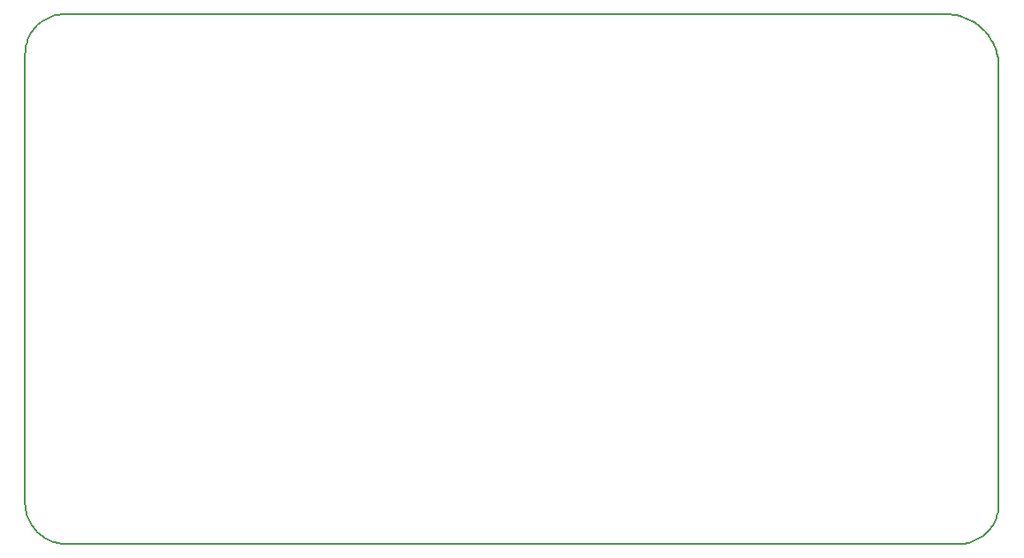
<source format=gko>
G75*
%MOIN*%
%OFA0B0*%
%FSLAX24Y24*%
%IPPOS*%
%LPD*%
%AMOC8*
5,1,8,0,0,1.08239X$1,22.5*
%
%ADD10C,0.0060*%
D10*
X001730Y002367D02*
X035330Y002367D01*
X035406Y002369D01*
X035482Y002375D01*
X035557Y002384D01*
X035632Y002398D01*
X035706Y002415D01*
X035779Y002436D01*
X035851Y002460D01*
X035922Y002489D01*
X035991Y002520D01*
X036058Y002555D01*
X036123Y002594D01*
X036187Y002636D01*
X036248Y002681D01*
X036307Y002729D01*
X036363Y002780D01*
X036417Y002834D01*
X036468Y002890D01*
X036516Y002949D01*
X036561Y003010D01*
X036603Y003074D01*
X036642Y003139D01*
X036677Y003206D01*
X036708Y003275D01*
X036737Y003346D01*
X036761Y003418D01*
X036782Y003491D01*
X036799Y003565D01*
X036813Y003640D01*
X036822Y003715D01*
X036828Y003791D01*
X036830Y003867D01*
X036830Y020367D01*
X036828Y020454D01*
X036822Y020541D01*
X036813Y020628D01*
X036800Y020714D01*
X036783Y020800D01*
X036762Y020885D01*
X036737Y020968D01*
X036709Y021051D01*
X036678Y021132D01*
X036643Y021212D01*
X036604Y021290D01*
X036562Y021367D01*
X036517Y021442D01*
X036468Y021514D01*
X036417Y021585D01*
X036362Y021653D01*
X036305Y021718D01*
X036244Y021781D01*
X036181Y021842D01*
X036116Y021899D01*
X036048Y021954D01*
X035977Y022005D01*
X035905Y022054D01*
X035830Y022099D01*
X035753Y022141D01*
X035675Y022180D01*
X035595Y022215D01*
X035514Y022246D01*
X035431Y022274D01*
X035348Y022299D01*
X035263Y022320D01*
X035177Y022337D01*
X035091Y022350D01*
X035004Y022359D01*
X034917Y022365D01*
X034830Y022367D01*
X001630Y022367D01*
X001554Y022365D01*
X001478Y022359D01*
X001403Y022350D01*
X001328Y022336D01*
X001254Y022319D01*
X001181Y022298D01*
X001109Y022274D01*
X001038Y022245D01*
X000969Y022214D01*
X000902Y022179D01*
X000837Y022140D01*
X000773Y022098D01*
X000712Y022053D01*
X000653Y022005D01*
X000597Y021954D01*
X000543Y021900D01*
X000492Y021844D01*
X000444Y021785D01*
X000399Y021724D01*
X000357Y021660D01*
X000318Y021595D01*
X000283Y021528D01*
X000252Y021459D01*
X000223Y021388D01*
X000199Y021316D01*
X000178Y021243D01*
X000161Y021169D01*
X000147Y021094D01*
X000138Y021019D01*
X000132Y020943D01*
X000130Y020867D01*
X000130Y003867D01*
X000134Y003789D01*
X000143Y003710D01*
X000155Y003633D01*
X000172Y003556D01*
X000192Y003480D01*
X000216Y003405D01*
X000244Y003332D01*
X000275Y003260D01*
X000310Y003189D01*
X000349Y003121D01*
X000391Y003055D01*
X000436Y002990D01*
X000485Y002929D01*
X000536Y002869D01*
X000591Y002813D01*
X000648Y002759D01*
X000708Y002708D01*
X000771Y002661D01*
X000835Y002616D01*
X000902Y002575D01*
X000971Y002537D01*
X001042Y002503D01*
X001115Y002473D01*
X001189Y002446D01*
X001264Y002423D01*
X001340Y002404D01*
X001417Y002388D01*
X001495Y002377D01*
X001573Y002370D01*
X001651Y002366D01*
X001730Y002367D01*
M02*

</source>
